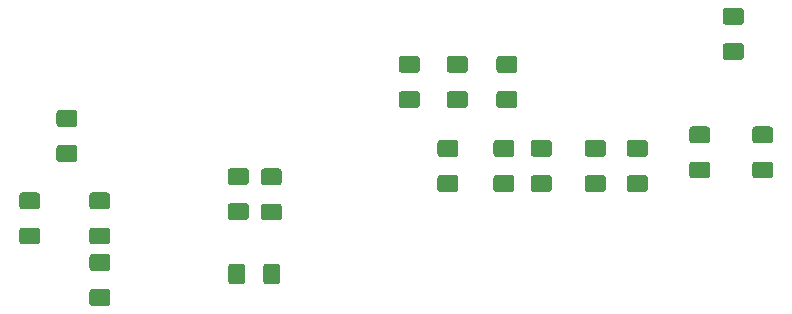
<source format=gbr>
%TF.GenerationSoftware,KiCad,Pcbnew,5.0.2-bee76a0~70~ubuntu18.04.1*%
%TF.CreationDate,2019-03-20T00:35:03+07:00*%
%TF.ProjectId,Display,44697370-6c61-4792-9e6b-696361645f70,rev?*%
%TF.SameCoordinates,PX1036640PY112a880*%
%TF.FileFunction,Paste,Top*%
%TF.FilePolarity,Positive*%
%FSLAX46Y46*%
G04 Gerber Fmt 4.6, Leading zero omitted, Abs format (unit mm)*
G04 Created by KiCad (PCBNEW 5.0.2-bee76a0~70~ubuntu18.04.1) date Wed 20 Mar 2019 12:35:03 AM +07*
%MOMM*%
%LPD*%
G01*
G04 APERTURE LIST*
%ADD10C,0.100000*%
%ADD11C,1.425000*%
G04 APERTURE END LIST*
D10*
G36*
X50941504Y-80211204D02*
X50965773Y-80214804D01*
X50989571Y-80220765D01*
X51012671Y-80229030D01*
X51034849Y-80239520D01*
X51055893Y-80252133D01*
X51075598Y-80266747D01*
X51093777Y-80283223D01*
X51110253Y-80301402D01*
X51124867Y-80321107D01*
X51137480Y-80342151D01*
X51147970Y-80364329D01*
X51156235Y-80387429D01*
X51162196Y-80411227D01*
X51165796Y-80435496D01*
X51167000Y-80460000D01*
X51167000Y-81385000D01*
X51165796Y-81409504D01*
X51162196Y-81433773D01*
X51156235Y-81457571D01*
X51147970Y-81480671D01*
X51137480Y-81502849D01*
X51124867Y-81523893D01*
X51110253Y-81543598D01*
X51093777Y-81561777D01*
X51075598Y-81578253D01*
X51055893Y-81592867D01*
X51034849Y-81605480D01*
X51012671Y-81615970D01*
X50989571Y-81624235D01*
X50965773Y-81630196D01*
X50941504Y-81633796D01*
X50917000Y-81635000D01*
X49667000Y-81635000D01*
X49642496Y-81633796D01*
X49618227Y-81630196D01*
X49594429Y-81624235D01*
X49571329Y-81615970D01*
X49549151Y-81605480D01*
X49528107Y-81592867D01*
X49508402Y-81578253D01*
X49490223Y-81561777D01*
X49473747Y-81543598D01*
X49459133Y-81523893D01*
X49446520Y-81502849D01*
X49436030Y-81480671D01*
X49427765Y-81457571D01*
X49421804Y-81433773D01*
X49418204Y-81409504D01*
X49417000Y-81385000D01*
X49417000Y-80460000D01*
X49418204Y-80435496D01*
X49421804Y-80411227D01*
X49427765Y-80387429D01*
X49436030Y-80364329D01*
X49446520Y-80342151D01*
X49459133Y-80321107D01*
X49473747Y-80301402D01*
X49490223Y-80283223D01*
X49508402Y-80266747D01*
X49528107Y-80252133D01*
X49549151Y-80239520D01*
X49571329Y-80229030D01*
X49594429Y-80220765D01*
X49618227Y-80214804D01*
X49642496Y-80211204D01*
X49667000Y-80210000D01*
X50917000Y-80210000D01*
X50941504Y-80211204D01*
X50941504Y-80211204D01*
G37*
D11*
X50292000Y-80922500D03*
D10*
G36*
X50941504Y-77236204D02*
X50965773Y-77239804D01*
X50989571Y-77245765D01*
X51012671Y-77254030D01*
X51034849Y-77264520D01*
X51055893Y-77277133D01*
X51075598Y-77291747D01*
X51093777Y-77308223D01*
X51110253Y-77326402D01*
X51124867Y-77346107D01*
X51137480Y-77367151D01*
X51147970Y-77389329D01*
X51156235Y-77412429D01*
X51162196Y-77436227D01*
X51165796Y-77460496D01*
X51167000Y-77485000D01*
X51167000Y-78410000D01*
X51165796Y-78434504D01*
X51162196Y-78458773D01*
X51156235Y-78482571D01*
X51147970Y-78505671D01*
X51137480Y-78527849D01*
X51124867Y-78548893D01*
X51110253Y-78568598D01*
X51093777Y-78586777D01*
X51075598Y-78603253D01*
X51055893Y-78617867D01*
X51034849Y-78630480D01*
X51012671Y-78640970D01*
X50989571Y-78649235D01*
X50965773Y-78655196D01*
X50941504Y-78658796D01*
X50917000Y-78660000D01*
X49667000Y-78660000D01*
X49642496Y-78658796D01*
X49618227Y-78655196D01*
X49594429Y-78649235D01*
X49571329Y-78640970D01*
X49549151Y-78630480D01*
X49528107Y-78617867D01*
X49508402Y-78603253D01*
X49490223Y-78586777D01*
X49473747Y-78568598D01*
X49459133Y-78548893D01*
X49446520Y-78527849D01*
X49436030Y-78505671D01*
X49427765Y-78482571D01*
X49421804Y-78458773D01*
X49418204Y-78434504D01*
X49417000Y-78410000D01*
X49417000Y-77485000D01*
X49418204Y-77460496D01*
X49421804Y-77436227D01*
X49427765Y-77412429D01*
X49436030Y-77389329D01*
X49446520Y-77367151D01*
X49459133Y-77346107D01*
X49473747Y-77326402D01*
X49490223Y-77308223D01*
X49508402Y-77291747D01*
X49528107Y-77277133D01*
X49549151Y-77264520D01*
X49571329Y-77254030D01*
X49594429Y-77245765D01*
X49618227Y-77239804D01*
X49642496Y-77236204D01*
X49667000Y-77235000D01*
X50917000Y-77235000D01*
X50941504Y-77236204D01*
X50941504Y-77236204D01*
G37*
D11*
X50292000Y-77947500D03*
D10*
G36*
X58688504Y-80211204D02*
X58712773Y-80214804D01*
X58736571Y-80220765D01*
X58759671Y-80229030D01*
X58781849Y-80239520D01*
X58802893Y-80252133D01*
X58822598Y-80266747D01*
X58840777Y-80283223D01*
X58857253Y-80301402D01*
X58871867Y-80321107D01*
X58884480Y-80342151D01*
X58894970Y-80364329D01*
X58903235Y-80387429D01*
X58909196Y-80411227D01*
X58912796Y-80435496D01*
X58914000Y-80460000D01*
X58914000Y-81385000D01*
X58912796Y-81409504D01*
X58909196Y-81433773D01*
X58903235Y-81457571D01*
X58894970Y-81480671D01*
X58884480Y-81502849D01*
X58871867Y-81523893D01*
X58857253Y-81543598D01*
X58840777Y-81561777D01*
X58822598Y-81578253D01*
X58802893Y-81592867D01*
X58781849Y-81605480D01*
X58759671Y-81615970D01*
X58736571Y-81624235D01*
X58712773Y-81630196D01*
X58688504Y-81633796D01*
X58664000Y-81635000D01*
X57414000Y-81635000D01*
X57389496Y-81633796D01*
X57365227Y-81630196D01*
X57341429Y-81624235D01*
X57318329Y-81615970D01*
X57296151Y-81605480D01*
X57275107Y-81592867D01*
X57255402Y-81578253D01*
X57237223Y-81561777D01*
X57220747Y-81543598D01*
X57206133Y-81523893D01*
X57193520Y-81502849D01*
X57183030Y-81480671D01*
X57174765Y-81457571D01*
X57168804Y-81433773D01*
X57165204Y-81409504D01*
X57164000Y-81385000D01*
X57164000Y-80460000D01*
X57165204Y-80435496D01*
X57168804Y-80411227D01*
X57174765Y-80387429D01*
X57183030Y-80364329D01*
X57193520Y-80342151D01*
X57206133Y-80321107D01*
X57220747Y-80301402D01*
X57237223Y-80283223D01*
X57255402Y-80266747D01*
X57275107Y-80252133D01*
X57296151Y-80239520D01*
X57318329Y-80229030D01*
X57341429Y-80220765D01*
X57365227Y-80214804D01*
X57389496Y-80211204D01*
X57414000Y-80210000D01*
X58664000Y-80210000D01*
X58688504Y-80211204D01*
X58688504Y-80211204D01*
G37*
D11*
X58039000Y-80922500D03*
D10*
G36*
X58688504Y-77236204D02*
X58712773Y-77239804D01*
X58736571Y-77245765D01*
X58759671Y-77254030D01*
X58781849Y-77264520D01*
X58802893Y-77277133D01*
X58822598Y-77291747D01*
X58840777Y-77308223D01*
X58857253Y-77326402D01*
X58871867Y-77346107D01*
X58884480Y-77367151D01*
X58894970Y-77389329D01*
X58903235Y-77412429D01*
X58909196Y-77436227D01*
X58912796Y-77460496D01*
X58914000Y-77485000D01*
X58914000Y-78410000D01*
X58912796Y-78434504D01*
X58909196Y-78458773D01*
X58903235Y-78482571D01*
X58894970Y-78505671D01*
X58884480Y-78527849D01*
X58871867Y-78548893D01*
X58857253Y-78568598D01*
X58840777Y-78586777D01*
X58822598Y-78603253D01*
X58802893Y-78617867D01*
X58781849Y-78630480D01*
X58759671Y-78640970D01*
X58736571Y-78649235D01*
X58712773Y-78655196D01*
X58688504Y-78658796D01*
X58664000Y-78660000D01*
X57414000Y-78660000D01*
X57389496Y-78658796D01*
X57365227Y-78655196D01*
X57341429Y-78649235D01*
X57318329Y-78640970D01*
X57296151Y-78630480D01*
X57275107Y-78617867D01*
X57255402Y-78603253D01*
X57237223Y-78586777D01*
X57220747Y-78568598D01*
X57206133Y-78548893D01*
X57193520Y-78527849D01*
X57183030Y-78505671D01*
X57174765Y-78482571D01*
X57168804Y-78458773D01*
X57165204Y-78434504D01*
X57164000Y-78410000D01*
X57164000Y-77485000D01*
X57165204Y-77460496D01*
X57168804Y-77436227D01*
X57174765Y-77412429D01*
X57183030Y-77389329D01*
X57193520Y-77367151D01*
X57206133Y-77346107D01*
X57220747Y-77326402D01*
X57237223Y-77308223D01*
X57255402Y-77291747D01*
X57275107Y-77277133D01*
X57296151Y-77264520D01*
X57318329Y-77254030D01*
X57341429Y-77245765D01*
X57365227Y-77239804D01*
X57389496Y-77236204D01*
X57414000Y-77235000D01*
X58664000Y-77235000D01*
X58688504Y-77236204D01*
X58688504Y-77236204D01*
G37*
D11*
X58039000Y-77947500D03*
D10*
G36*
X47004504Y-70124204D02*
X47028773Y-70127804D01*
X47052571Y-70133765D01*
X47075671Y-70142030D01*
X47097849Y-70152520D01*
X47118893Y-70165133D01*
X47138598Y-70179747D01*
X47156777Y-70196223D01*
X47173253Y-70214402D01*
X47187867Y-70234107D01*
X47200480Y-70255151D01*
X47210970Y-70277329D01*
X47219235Y-70300429D01*
X47225196Y-70324227D01*
X47228796Y-70348496D01*
X47230000Y-70373000D01*
X47230000Y-71298000D01*
X47228796Y-71322504D01*
X47225196Y-71346773D01*
X47219235Y-71370571D01*
X47210970Y-71393671D01*
X47200480Y-71415849D01*
X47187867Y-71436893D01*
X47173253Y-71456598D01*
X47156777Y-71474777D01*
X47138598Y-71491253D01*
X47118893Y-71505867D01*
X47097849Y-71518480D01*
X47075671Y-71528970D01*
X47052571Y-71537235D01*
X47028773Y-71543196D01*
X47004504Y-71546796D01*
X46980000Y-71548000D01*
X45730000Y-71548000D01*
X45705496Y-71546796D01*
X45681227Y-71543196D01*
X45657429Y-71537235D01*
X45634329Y-71528970D01*
X45612151Y-71518480D01*
X45591107Y-71505867D01*
X45571402Y-71491253D01*
X45553223Y-71474777D01*
X45536747Y-71456598D01*
X45522133Y-71436893D01*
X45509520Y-71415849D01*
X45499030Y-71393671D01*
X45490765Y-71370571D01*
X45484804Y-71346773D01*
X45481204Y-71322504D01*
X45480000Y-71298000D01*
X45480000Y-70373000D01*
X45481204Y-70348496D01*
X45484804Y-70324227D01*
X45490765Y-70300429D01*
X45499030Y-70277329D01*
X45509520Y-70255151D01*
X45522133Y-70234107D01*
X45536747Y-70214402D01*
X45553223Y-70196223D01*
X45571402Y-70179747D01*
X45591107Y-70165133D01*
X45612151Y-70152520D01*
X45634329Y-70142030D01*
X45657429Y-70133765D01*
X45681227Y-70127804D01*
X45705496Y-70124204D01*
X45730000Y-70123000D01*
X46980000Y-70123000D01*
X47004504Y-70124204D01*
X47004504Y-70124204D01*
G37*
D11*
X46355000Y-70835500D03*
D10*
G36*
X47004504Y-73099204D02*
X47028773Y-73102804D01*
X47052571Y-73108765D01*
X47075671Y-73117030D01*
X47097849Y-73127520D01*
X47118893Y-73140133D01*
X47138598Y-73154747D01*
X47156777Y-73171223D01*
X47173253Y-73189402D01*
X47187867Y-73209107D01*
X47200480Y-73230151D01*
X47210970Y-73252329D01*
X47219235Y-73275429D01*
X47225196Y-73299227D01*
X47228796Y-73323496D01*
X47230000Y-73348000D01*
X47230000Y-74273000D01*
X47228796Y-74297504D01*
X47225196Y-74321773D01*
X47219235Y-74345571D01*
X47210970Y-74368671D01*
X47200480Y-74390849D01*
X47187867Y-74411893D01*
X47173253Y-74431598D01*
X47156777Y-74449777D01*
X47138598Y-74466253D01*
X47118893Y-74480867D01*
X47097849Y-74493480D01*
X47075671Y-74503970D01*
X47052571Y-74512235D01*
X47028773Y-74518196D01*
X47004504Y-74521796D01*
X46980000Y-74523000D01*
X45730000Y-74523000D01*
X45705496Y-74521796D01*
X45681227Y-74518196D01*
X45657429Y-74512235D01*
X45634329Y-74503970D01*
X45612151Y-74493480D01*
X45591107Y-74480867D01*
X45571402Y-74466253D01*
X45553223Y-74449777D01*
X45536747Y-74431598D01*
X45522133Y-74411893D01*
X45509520Y-74390849D01*
X45499030Y-74368671D01*
X45490765Y-74345571D01*
X45484804Y-74321773D01*
X45481204Y-74297504D01*
X45480000Y-74273000D01*
X45480000Y-73348000D01*
X45481204Y-73323496D01*
X45484804Y-73299227D01*
X45490765Y-73275429D01*
X45499030Y-73252329D01*
X45509520Y-73230151D01*
X45522133Y-73209107D01*
X45536747Y-73189402D01*
X45553223Y-73171223D01*
X45571402Y-73154747D01*
X45591107Y-73140133D01*
X45612151Y-73127520D01*
X45634329Y-73117030D01*
X45657429Y-73108765D01*
X45681227Y-73102804D01*
X45705496Y-73099204D01*
X45730000Y-73098000D01*
X46980000Y-73098000D01*
X47004504Y-73099204D01*
X47004504Y-73099204D01*
G37*
D11*
X46355000Y-73810500D03*
D10*
G36*
X54116504Y-77236204D02*
X54140773Y-77239804D01*
X54164571Y-77245765D01*
X54187671Y-77254030D01*
X54209849Y-77264520D01*
X54230893Y-77277133D01*
X54250598Y-77291747D01*
X54268777Y-77308223D01*
X54285253Y-77326402D01*
X54299867Y-77346107D01*
X54312480Y-77367151D01*
X54322970Y-77389329D01*
X54331235Y-77412429D01*
X54337196Y-77436227D01*
X54340796Y-77460496D01*
X54342000Y-77485000D01*
X54342000Y-78410000D01*
X54340796Y-78434504D01*
X54337196Y-78458773D01*
X54331235Y-78482571D01*
X54322970Y-78505671D01*
X54312480Y-78527849D01*
X54299867Y-78548893D01*
X54285253Y-78568598D01*
X54268777Y-78586777D01*
X54250598Y-78603253D01*
X54230893Y-78617867D01*
X54209849Y-78630480D01*
X54187671Y-78640970D01*
X54164571Y-78649235D01*
X54140773Y-78655196D01*
X54116504Y-78658796D01*
X54092000Y-78660000D01*
X52842000Y-78660000D01*
X52817496Y-78658796D01*
X52793227Y-78655196D01*
X52769429Y-78649235D01*
X52746329Y-78640970D01*
X52724151Y-78630480D01*
X52703107Y-78617867D01*
X52683402Y-78603253D01*
X52665223Y-78586777D01*
X52648747Y-78568598D01*
X52634133Y-78548893D01*
X52621520Y-78527849D01*
X52611030Y-78505671D01*
X52602765Y-78482571D01*
X52596804Y-78458773D01*
X52593204Y-78434504D01*
X52592000Y-78410000D01*
X52592000Y-77485000D01*
X52593204Y-77460496D01*
X52596804Y-77436227D01*
X52602765Y-77412429D01*
X52611030Y-77389329D01*
X52621520Y-77367151D01*
X52634133Y-77346107D01*
X52648747Y-77326402D01*
X52665223Y-77308223D01*
X52683402Y-77291747D01*
X52703107Y-77277133D01*
X52724151Y-77264520D01*
X52746329Y-77254030D01*
X52769429Y-77245765D01*
X52793227Y-77239804D01*
X52817496Y-77236204D01*
X52842000Y-77235000D01*
X54092000Y-77235000D01*
X54116504Y-77236204D01*
X54116504Y-77236204D01*
G37*
D11*
X53467000Y-77947500D03*
D10*
G36*
X54116504Y-80211204D02*
X54140773Y-80214804D01*
X54164571Y-80220765D01*
X54187671Y-80229030D01*
X54209849Y-80239520D01*
X54230893Y-80252133D01*
X54250598Y-80266747D01*
X54268777Y-80283223D01*
X54285253Y-80301402D01*
X54299867Y-80321107D01*
X54312480Y-80342151D01*
X54322970Y-80364329D01*
X54331235Y-80387429D01*
X54337196Y-80411227D01*
X54340796Y-80435496D01*
X54342000Y-80460000D01*
X54342000Y-81385000D01*
X54340796Y-81409504D01*
X54337196Y-81433773D01*
X54331235Y-81457571D01*
X54322970Y-81480671D01*
X54312480Y-81502849D01*
X54299867Y-81523893D01*
X54285253Y-81543598D01*
X54268777Y-81561777D01*
X54250598Y-81578253D01*
X54230893Y-81592867D01*
X54209849Y-81605480D01*
X54187671Y-81615970D01*
X54164571Y-81624235D01*
X54140773Y-81630196D01*
X54116504Y-81633796D01*
X54092000Y-81635000D01*
X52842000Y-81635000D01*
X52817496Y-81633796D01*
X52793227Y-81630196D01*
X52769429Y-81624235D01*
X52746329Y-81615970D01*
X52724151Y-81605480D01*
X52703107Y-81592867D01*
X52683402Y-81578253D01*
X52665223Y-81561777D01*
X52648747Y-81543598D01*
X52634133Y-81523893D01*
X52621520Y-81502849D01*
X52611030Y-81480671D01*
X52602765Y-81457571D01*
X52596804Y-81433773D01*
X52593204Y-81409504D01*
X52592000Y-81385000D01*
X52592000Y-80460000D01*
X52593204Y-80435496D01*
X52596804Y-80411227D01*
X52602765Y-80387429D01*
X52611030Y-80364329D01*
X52621520Y-80342151D01*
X52634133Y-80321107D01*
X52648747Y-80301402D01*
X52665223Y-80283223D01*
X52683402Y-80266747D01*
X52703107Y-80252133D01*
X52724151Y-80239520D01*
X52746329Y-80229030D01*
X52769429Y-80220765D01*
X52793227Y-80214804D01*
X52817496Y-80211204D01*
X52842000Y-80210000D01*
X54092000Y-80210000D01*
X54116504Y-80211204D01*
X54116504Y-80211204D01*
G37*
D11*
X53467000Y-80922500D03*
D10*
G36*
X16735504Y-84656204D02*
X16759773Y-84659804D01*
X16783571Y-84665765D01*
X16806671Y-84674030D01*
X16828849Y-84684520D01*
X16849893Y-84697133D01*
X16869598Y-84711747D01*
X16887777Y-84728223D01*
X16904253Y-84746402D01*
X16918867Y-84766107D01*
X16931480Y-84787151D01*
X16941970Y-84809329D01*
X16950235Y-84832429D01*
X16956196Y-84856227D01*
X16959796Y-84880496D01*
X16961000Y-84905000D01*
X16961000Y-85830000D01*
X16959796Y-85854504D01*
X16956196Y-85878773D01*
X16950235Y-85902571D01*
X16941970Y-85925671D01*
X16931480Y-85947849D01*
X16918867Y-85968893D01*
X16904253Y-85988598D01*
X16887777Y-86006777D01*
X16869598Y-86023253D01*
X16849893Y-86037867D01*
X16828849Y-86050480D01*
X16806671Y-86060970D01*
X16783571Y-86069235D01*
X16759773Y-86075196D01*
X16735504Y-86078796D01*
X16711000Y-86080000D01*
X15461000Y-86080000D01*
X15436496Y-86078796D01*
X15412227Y-86075196D01*
X15388429Y-86069235D01*
X15365329Y-86060970D01*
X15343151Y-86050480D01*
X15322107Y-86037867D01*
X15302402Y-86023253D01*
X15284223Y-86006777D01*
X15267747Y-85988598D01*
X15253133Y-85968893D01*
X15240520Y-85947849D01*
X15230030Y-85925671D01*
X15221765Y-85902571D01*
X15215804Y-85878773D01*
X15212204Y-85854504D01*
X15211000Y-85830000D01*
X15211000Y-84905000D01*
X15212204Y-84880496D01*
X15215804Y-84856227D01*
X15221765Y-84832429D01*
X15230030Y-84809329D01*
X15240520Y-84787151D01*
X15253133Y-84766107D01*
X15267747Y-84746402D01*
X15284223Y-84728223D01*
X15302402Y-84711747D01*
X15322107Y-84697133D01*
X15343151Y-84684520D01*
X15365329Y-84674030D01*
X15388429Y-84665765D01*
X15412227Y-84659804D01*
X15436496Y-84656204D01*
X15461000Y-84655000D01*
X16711000Y-84655000D01*
X16735504Y-84656204D01*
X16735504Y-84656204D01*
G37*
D11*
X16086000Y-85367500D03*
D10*
G36*
X16735504Y-81681204D02*
X16759773Y-81684804D01*
X16783571Y-81690765D01*
X16806671Y-81699030D01*
X16828849Y-81709520D01*
X16849893Y-81722133D01*
X16869598Y-81736747D01*
X16887777Y-81753223D01*
X16904253Y-81771402D01*
X16918867Y-81791107D01*
X16931480Y-81812151D01*
X16941970Y-81834329D01*
X16950235Y-81857429D01*
X16956196Y-81881227D01*
X16959796Y-81905496D01*
X16961000Y-81930000D01*
X16961000Y-82855000D01*
X16959796Y-82879504D01*
X16956196Y-82903773D01*
X16950235Y-82927571D01*
X16941970Y-82950671D01*
X16931480Y-82972849D01*
X16918867Y-82993893D01*
X16904253Y-83013598D01*
X16887777Y-83031777D01*
X16869598Y-83048253D01*
X16849893Y-83062867D01*
X16828849Y-83075480D01*
X16806671Y-83085970D01*
X16783571Y-83094235D01*
X16759773Y-83100196D01*
X16735504Y-83103796D01*
X16711000Y-83105000D01*
X15461000Y-83105000D01*
X15436496Y-83103796D01*
X15412227Y-83100196D01*
X15388429Y-83094235D01*
X15365329Y-83085970D01*
X15343151Y-83075480D01*
X15322107Y-83062867D01*
X15302402Y-83048253D01*
X15284223Y-83031777D01*
X15267747Y-83013598D01*
X15253133Y-82993893D01*
X15240520Y-82972849D01*
X15230030Y-82950671D01*
X15221765Y-82927571D01*
X15215804Y-82903773D01*
X15212204Y-82879504D01*
X15211000Y-82855000D01*
X15211000Y-81930000D01*
X15212204Y-81905496D01*
X15215804Y-81881227D01*
X15221765Y-81857429D01*
X15230030Y-81834329D01*
X15240520Y-81812151D01*
X15253133Y-81791107D01*
X15267747Y-81771402D01*
X15284223Y-81753223D01*
X15302402Y-81736747D01*
X15322107Y-81722133D01*
X15343151Y-81709520D01*
X15365329Y-81699030D01*
X15388429Y-81690765D01*
X15412227Y-81684804D01*
X15436496Y-81681204D01*
X15461000Y-81680000D01*
X16711000Y-81680000D01*
X16735504Y-81681204D01*
X16735504Y-81681204D01*
G37*
D11*
X16086000Y-82392500D03*
D10*
G36*
X31256504Y-82624204D02*
X31280773Y-82627804D01*
X31304571Y-82633765D01*
X31327671Y-82642030D01*
X31349849Y-82652520D01*
X31370893Y-82665133D01*
X31390598Y-82679747D01*
X31408777Y-82696223D01*
X31425253Y-82714402D01*
X31439867Y-82734107D01*
X31452480Y-82755151D01*
X31462970Y-82777329D01*
X31471235Y-82800429D01*
X31477196Y-82824227D01*
X31480796Y-82848496D01*
X31482000Y-82873000D01*
X31482000Y-83798000D01*
X31480796Y-83822504D01*
X31477196Y-83846773D01*
X31471235Y-83870571D01*
X31462970Y-83893671D01*
X31452480Y-83915849D01*
X31439867Y-83936893D01*
X31425253Y-83956598D01*
X31408777Y-83974777D01*
X31390598Y-83991253D01*
X31370893Y-84005867D01*
X31349849Y-84018480D01*
X31327671Y-84028970D01*
X31304571Y-84037235D01*
X31280773Y-84043196D01*
X31256504Y-84046796D01*
X31232000Y-84048000D01*
X29982000Y-84048000D01*
X29957496Y-84046796D01*
X29933227Y-84043196D01*
X29909429Y-84037235D01*
X29886329Y-84028970D01*
X29864151Y-84018480D01*
X29843107Y-84005867D01*
X29823402Y-83991253D01*
X29805223Y-83974777D01*
X29788747Y-83956598D01*
X29774133Y-83936893D01*
X29761520Y-83915849D01*
X29751030Y-83893671D01*
X29742765Y-83870571D01*
X29736804Y-83846773D01*
X29733204Y-83822504D01*
X29732000Y-83798000D01*
X29732000Y-82873000D01*
X29733204Y-82848496D01*
X29736804Y-82824227D01*
X29742765Y-82800429D01*
X29751030Y-82777329D01*
X29761520Y-82755151D01*
X29774133Y-82734107D01*
X29788747Y-82714402D01*
X29805223Y-82696223D01*
X29823402Y-82679747D01*
X29843107Y-82665133D01*
X29864151Y-82652520D01*
X29886329Y-82642030D01*
X29909429Y-82633765D01*
X29933227Y-82627804D01*
X29957496Y-82624204D01*
X29982000Y-82623000D01*
X31232000Y-82623000D01*
X31256504Y-82624204D01*
X31256504Y-82624204D01*
G37*
D11*
X30607000Y-83335500D03*
D10*
G36*
X31256504Y-79649204D02*
X31280773Y-79652804D01*
X31304571Y-79658765D01*
X31327671Y-79667030D01*
X31349849Y-79677520D01*
X31370893Y-79690133D01*
X31390598Y-79704747D01*
X31408777Y-79721223D01*
X31425253Y-79739402D01*
X31439867Y-79759107D01*
X31452480Y-79780151D01*
X31462970Y-79802329D01*
X31471235Y-79825429D01*
X31477196Y-79849227D01*
X31480796Y-79873496D01*
X31482000Y-79898000D01*
X31482000Y-80823000D01*
X31480796Y-80847504D01*
X31477196Y-80871773D01*
X31471235Y-80895571D01*
X31462970Y-80918671D01*
X31452480Y-80940849D01*
X31439867Y-80961893D01*
X31425253Y-80981598D01*
X31408777Y-80999777D01*
X31390598Y-81016253D01*
X31370893Y-81030867D01*
X31349849Y-81043480D01*
X31327671Y-81053970D01*
X31304571Y-81062235D01*
X31280773Y-81068196D01*
X31256504Y-81071796D01*
X31232000Y-81073000D01*
X29982000Y-81073000D01*
X29957496Y-81071796D01*
X29933227Y-81068196D01*
X29909429Y-81062235D01*
X29886329Y-81053970D01*
X29864151Y-81043480D01*
X29843107Y-81030867D01*
X29823402Y-81016253D01*
X29805223Y-80999777D01*
X29788747Y-80981598D01*
X29774133Y-80961893D01*
X29761520Y-80940849D01*
X29751030Y-80918671D01*
X29742765Y-80895571D01*
X29736804Y-80871773D01*
X29733204Y-80847504D01*
X29732000Y-80823000D01*
X29732000Y-79898000D01*
X29733204Y-79873496D01*
X29736804Y-79849227D01*
X29742765Y-79825429D01*
X29751030Y-79802329D01*
X29761520Y-79780151D01*
X29774133Y-79759107D01*
X29788747Y-79739402D01*
X29805223Y-79721223D01*
X29823402Y-79704747D01*
X29843107Y-79690133D01*
X29864151Y-79677520D01*
X29886329Y-79667030D01*
X29909429Y-79658765D01*
X29933227Y-79652804D01*
X29957496Y-79649204D01*
X29982000Y-79648000D01*
X31232000Y-79648000D01*
X31256504Y-79649204D01*
X31256504Y-79649204D01*
G37*
D11*
X30607000Y-80360500D03*
D10*
G36*
X28462504Y-82587704D02*
X28486773Y-82591304D01*
X28510571Y-82597265D01*
X28533671Y-82605530D01*
X28555849Y-82616020D01*
X28576893Y-82628633D01*
X28596598Y-82643247D01*
X28614777Y-82659723D01*
X28631253Y-82677902D01*
X28645867Y-82697607D01*
X28658480Y-82718651D01*
X28668970Y-82740829D01*
X28677235Y-82763929D01*
X28683196Y-82787727D01*
X28686796Y-82811996D01*
X28688000Y-82836500D01*
X28688000Y-83761500D01*
X28686796Y-83786004D01*
X28683196Y-83810273D01*
X28677235Y-83834071D01*
X28668970Y-83857171D01*
X28658480Y-83879349D01*
X28645867Y-83900393D01*
X28631253Y-83920098D01*
X28614777Y-83938277D01*
X28596598Y-83954753D01*
X28576893Y-83969367D01*
X28555849Y-83981980D01*
X28533671Y-83992470D01*
X28510571Y-84000735D01*
X28486773Y-84006696D01*
X28462504Y-84010296D01*
X28438000Y-84011500D01*
X27188000Y-84011500D01*
X27163496Y-84010296D01*
X27139227Y-84006696D01*
X27115429Y-84000735D01*
X27092329Y-83992470D01*
X27070151Y-83981980D01*
X27049107Y-83969367D01*
X27029402Y-83954753D01*
X27011223Y-83938277D01*
X26994747Y-83920098D01*
X26980133Y-83900393D01*
X26967520Y-83879349D01*
X26957030Y-83857171D01*
X26948765Y-83834071D01*
X26942804Y-83810273D01*
X26939204Y-83786004D01*
X26938000Y-83761500D01*
X26938000Y-82836500D01*
X26939204Y-82811996D01*
X26942804Y-82787727D01*
X26948765Y-82763929D01*
X26957030Y-82740829D01*
X26967520Y-82718651D01*
X26980133Y-82697607D01*
X26994747Y-82677902D01*
X27011223Y-82659723D01*
X27029402Y-82643247D01*
X27049107Y-82628633D01*
X27070151Y-82616020D01*
X27092329Y-82605530D01*
X27115429Y-82597265D01*
X27139227Y-82591304D01*
X27163496Y-82587704D01*
X27188000Y-82586500D01*
X28438000Y-82586500D01*
X28462504Y-82587704D01*
X28462504Y-82587704D01*
G37*
D11*
X27813000Y-83299000D03*
D10*
G36*
X28462504Y-79612704D02*
X28486773Y-79616304D01*
X28510571Y-79622265D01*
X28533671Y-79630530D01*
X28555849Y-79641020D01*
X28576893Y-79653633D01*
X28596598Y-79668247D01*
X28614777Y-79684723D01*
X28631253Y-79702902D01*
X28645867Y-79722607D01*
X28658480Y-79743651D01*
X28668970Y-79765829D01*
X28677235Y-79788929D01*
X28683196Y-79812727D01*
X28686796Y-79836996D01*
X28688000Y-79861500D01*
X28688000Y-80786500D01*
X28686796Y-80811004D01*
X28683196Y-80835273D01*
X28677235Y-80859071D01*
X28668970Y-80882171D01*
X28658480Y-80904349D01*
X28645867Y-80925393D01*
X28631253Y-80945098D01*
X28614777Y-80963277D01*
X28596598Y-80979753D01*
X28576893Y-80994367D01*
X28555849Y-81006980D01*
X28533671Y-81017470D01*
X28510571Y-81025735D01*
X28486773Y-81031696D01*
X28462504Y-81035296D01*
X28438000Y-81036500D01*
X27188000Y-81036500D01*
X27163496Y-81035296D01*
X27139227Y-81031696D01*
X27115429Y-81025735D01*
X27092329Y-81017470D01*
X27070151Y-81006980D01*
X27049107Y-80994367D01*
X27029402Y-80979753D01*
X27011223Y-80963277D01*
X26994747Y-80945098D01*
X26980133Y-80925393D01*
X26967520Y-80904349D01*
X26957030Y-80882171D01*
X26948765Y-80859071D01*
X26942804Y-80835273D01*
X26939204Y-80811004D01*
X26938000Y-80786500D01*
X26938000Y-79861500D01*
X26939204Y-79836996D01*
X26942804Y-79812727D01*
X26948765Y-79788929D01*
X26957030Y-79765829D01*
X26967520Y-79743651D01*
X26980133Y-79722607D01*
X26994747Y-79702902D01*
X27011223Y-79684723D01*
X27029402Y-79668247D01*
X27049107Y-79653633D01*
X27070151Y-79641020D01*
X27092329Y-79630530D01*
X27115429Y-79622265D01*
X27139227Y-79616304D01*
X27163496Y-79612704D01*
X27188000Y-79611500D01*
X28438000Y-79611500D01*
X28462504Y-79612704D01*
X28462504Y-79612704D01*
G37*
D11*
X27813000Y-80324000D03*
D10*
G36*
X13941504Y-77671204D02*
X13965773Y-77674804D01*
X13989571Y-77680765D01*
X14012671Y-77689030D01*
X14034849Y-77699520D01*
X14055893Y-77712133D01*
X14075598Y-77726747D01*
X14093777Y-77743223D01*
X14110253Y-77761402D01*
X14124867Y-77781107D01*
X14137480Y-77802151D01*
X14147970Y-77824329D01*
X14156235Y-77847429D01*
X14162196Y-77871227D01*
X14165796Y-77895496D01*
X14167000Y-77920000D01*
X14167000Y-78845000D01*
X14165796Y-78869504D01*
X14162196Y-78893773D01*
X14156235Y-78917571D01*
X14147970Y-78940671D01*
X14137480Y-78962849D01*
X14124867Y-78983893D01*
X14110253Y-79003598D01*
X14093777Y-79021777D01*
X14075598Y-79038253D01*
X14055893Y-79052867D01*
X14034849Y-79065480D01*
X14012671Y-79075970D01*
X13989571Y-79084235D01*
X13965773Y-79090196D01*
X13941504Y-79093796D01*
X13917000Y-79095000D01*
X12667000Y-79095000D01*
X12642496Y-79093796D01*
X12618227Y-79090196D01*
X12594429Y-79084235D01*
X12571329Y-79075970D01*
X12549151Y-79065480D01*
X12528107Y-79052867D01*
X12508402Y-79038253D01*
X12490223Y-79021777D01*
X12473747Y-79003598D01*
X12459133Y-78983893D01*
X12446520Y-78962849D01*
X12436030Y-78940671D01*
X12427765Y-78917571D01*
X12421804Y-78893773D01*
X12418204Y-78869504D01*
X12417000Y-78845000D01*
X12417000Y-77920000D01*
X12418204Y-77895496D01*
X12421804Y-77871227D01*
X12427765Y-77847429D01*
X12436030Y-77824329D01*
X12446520Y-77802151D01*
X12459133Y-77781107D01*
X12473747Y-77761402D01*
X12490223Y-77743223D01*
X12508402Y-77726747D01*
X12528107Y-77712133D01*
X12549151Y-77699520D01*
X12571329Y-77689030D01*
X12594429Y-77680765D01*
X12618227Y-77674804D01*
X12642496Y-77671204D01*
X12667000Y-77670000D01*
X13917000Y-77670000D01*
X13941504Y-77671204D01*
X13941504Y-77671204D01*
G37*
D11*
X13292000Y-78382500D03*
D10*
G36*
X13941504Y-74696204D02*
X13965773Y-74699804D01*
X13989571Y-74705765D01*
X14012671Y-74714030D01*
X14034849Y-74724520D01*
X14055893Y-74737133D01*
X14075598Y-74751747D01*
X14093777Y-74768223D01*
X14110253Y-74786402D01*
X14124867Y-74806107D01*
X14137480Y-74827151D01*
X14147970Y-74849329D01*
X14156235Y-74872429D01*
X14162196Y-74896227D01*
X14165796Y-74920496D01*
X14167000Y-74945000D01*
X14167000Y-75870000D01*
X14165796Y-75894504D01*
X14162196Y-75918773D01*
X14156235Y-75942571D01*
X14147970Y-75965671D01*
X14137480Y-75987849D01*
X14124867Y-76008893D01*
X14110253Y-76028598D01*
X14093777Y-76046777D01*
X14075598Y-76063253D01*
X14055893Y-76077867D01*
X14034849Y-76090480D01*
X14012671Y-76100970D01*
X13989571Y-76109235D01*
X13965773Y-76115196D01*
X13941504Y-76118796D01*
X13917000Y-76120000D01*
X12667000Y-76120000D01*
X12642496Y-76118796D01*
X12618227Y-76115196D01*
X12594429Y-76109235D01*
X12571329Y-76100970D01*
X12549151Y-76090480D01*
X12528107Y-76077867D01*
X12508402Y-76063253D01*
X12490223Y-76046777D01*
X12473747Y-76028598D01*
X12459133Y-76008893D01*
X12446520Y-75987849D01*
X12436030Y-75965671D01*
X12427765Y-75942571D01*
X12421804Y-75918773D01*
X12418204Y-75894504D01*
X12417000Y-75870000D01*
X12417000Y-74945000D01*
X12418204Y-74920496D01*
X12421804Y-74896227D01*
X12427765Y-74872429D01*
X12436030Y-74849329D01*
X12446520Y-74827151D01*
X12459133Y-74806107D01*
X12473747Y-74786402D01*
X12490223Y-74768223D01*
X12508402Y-74751747D01*
X12528107Y-74737133D01*
X12549151Y-74724520D01*
X12571329Y-74714030D01*
X12594429Y-74705765D01*
X12618227Y-74699804D01*
X12642496Y-74696204D01*
X12667000Y-74695000D01*
X13917000Y-74695000D01*
X13941504Y-74696204D01*
X13941504Y-74696204D01*
G37*
D11*
X13292000Y-75407500D03*
D10*
G36*
X16735504Y-89863204D02*
X16759773Y-89866804D01*
X16783571Y-89872765D01*
X16806671Y-89881030D01*
X16828849Y-89891520D01*
X16849893Y-89904133D01*
X16869598Y-89918747D01*
X16887777Y-89935223D01*
X16904253Y-89953402D01*
X16918867Y-89973107D01*
X16931480Y-89994151D01*
X16941970Y-90016329D01*
X16950235Y-90039429D01*
X16956196Y-90063227D01*
X16959796Y-90087496D01*
X16961000Y-90112000D01*
X16961000Y-91037000D01*
X16959796Y-91061504D01*
X16956196Y-91085773D01*
X16950235Y-91109571D01*
X16941970Y-91132671D01*
X16931480Y-91154849D01*
X16918867Y-91175893D01*
X16904253Y-91195598D01*
X16887777Y-91213777D01*
X16869598Y-91230253D01*
X16849893Y-91244867D01*
X16828849Y-91257480D01*
X16806671Y-91267970D01*
X16783571Y-91276235D01*
X16759773Y-91282196D01*
X16735504Y-91285796D01*
X16711000Y-91287000D01*
X15461000Y-91287000D01*
X15436496Y-91285796D01*
X15412227Y-91282196D01*
X15388429Y-91276235D01*
X15365329Y-91267970D01*
X15343151Y-91257480D01*
X15322107Y-91244867D01*
X15302402Y-91230253D01*
X15284223Y-91213777D01*
X15267747Y-91195598D01*
X15253133Y-91175893D01*
X15240520Y-91154849D01*
X15230030Y-91132671D01*
X15221765Y-91109571D01*
X15215804Y-91085773D01*
X15212204Y-91061504D01*
X15211000Y-91037000D01*
X15211000Y-90112000D01*
X15212204Y-90087496D01*
X15215804Y-90063227D01*
X15221765Y-90039429D01*
X15230030Y-90016329D01*
X15240520Y-89994151D01*
X15253133Y-89973107D01*
X15267747Y-89953402D01*
X15284223Y-89935223D01*
X15302402Y-89918747D01*
X15322107Y-89904133D01*
X15343151Y-89891520D01*
X15365329Y-89881030D01*
X15388429Y-89872765D01*
X15412227Y-89866804D01*
X15436496Y-89863204D01*
X15461000Y-89862000D01*
X16711000Y-89862000D01*
X16735504Y-89863204D01*
X16735504Y-89863204D01*
G37*
D11*
X16086000Y-90574500D03*
D10*
G36*
X16735504Y-86888204D02*
X16759773Y-86891804D01*
X16783571Y-86897765D01*
X16806671Y-86906030D01*
X16828849Y-86916520D01*
X16849893Y-86929133D01*
X16869598Y-86943747D01*
X16887777Y-86960223D01*
X16904253Y-86978402D01*
X16918867Y-86998107D01*
X16931480Y-87019151D01*
X16941970Y-87041329D01*
X16950235Y-87064429D01*
X16956196Y-87088227D01*
X16959796Y-87112496D01*
X16961000Y-87137000D01*
X16961000Y-88062000D01*
X16959796Y-88086504D01*
X16956196Y-88110773D01*
X16950235Y-88134571D01*
X16941970Y-88157671D01*
X16931480Y-88179849D01*
X16918867Y-88200893D01*
X16904253Y-88220598D01*
X16887777Y-88238777D01*
X16869598Y-88255253D01*
X16849893Y-88269867D01*
X16828849Y-88282480D01*
X16806671Y-88292970D01*
X16783571Y-88301235D01*
X16759773Y-88307196D01*
X16735504Y-88310796D01*
X16711000Y-88312000D01*
X15461000Y-88312000D01*
X15436496Y-88310796D01*
X15412227Y-88307196D01*
X15388429Y-88301235D01*
X15365329Y-88292970D01*
X15343151Y-88282480D01*
X15322107Y-88269867D01*
X15302402Y-88255253D01*
X15284223Y-88238777D01*
X15267747Y-88220598D01*
X15253133Y-88200893D01*
X15240520Y-88179849D01*
X15230030Y-88157671D01*
X15221765Y-88134571D01*
X15215804Y-88110773D01*
X15212204Y-88086504D01*
X15211000Y-88062000D01*
X15211000Y-87137000D01*
X15212204Y-87112496D01*
X15215804Y-87088227D01*
X15221765Y-87064429D01*
X15230030Y-87041329D01*
X15240520Y-87019151D01*
X15253133Y-86998107D01*
X15267747Y-86978402D01*
X15284223Y-86960223D01*
X15302402Y-86943747D01*
X15322107Y-86929133D01*
X15343151Y-86916520D01*
X15365329Y-86906030D01*
X15388429Y-86897765D01*
X15412227Y-86891804D01*
X15436496Y-86888204D01*
X15461000Y-86887000D01*
X16711000Y-86887000D01*
X16735504Y-86888204D01*
X16735504Y-86888204D01*
G37*
D11*
X16086000Y-87599500D03*
D10*
G36*
X51195504Y-70124204D02*
X51219773Y-70127804D01*
X51243571Y-70133765D01*
X51266671Y-70142030D01*
X51288849Y-70152520D01*
X51309893Y-70165133D01*
X51329598Y-70179747D01*
X51347777Y-70196223D01*
X51364253Y-70214402D01*
X51378867Y-70234107D01*
X51391480Y-70255151D01*
X51401970Y-70277329D01*
X51410235Y-70300429D01*
X51416196Y-70324227D01*
X51419796Y-70348496D01*
X51421000Y-70373000D01*
X51421000Y-71298000D01*
X51419796Y-71322504D01*
X51416196Y-71346773D01*
X51410235Y-71370571D01*
X51401970Y-71393671D01*
X51391480Y-71415849D01*
X51378867Y-71436893D01*
X51364253Y-71456598D01*
X51347777Y-71474777D01*
X51329598Y-71491253D01*
X51309893Y-71505867D01*
X51288849Y-71518480D01*
X51266671Y-71528970D01*
X51243571Y-71537235D01*
X51219773Y-71543196D01*
X51195504Y-71546796D01*
X51171000Y-71548000D01*
X49921000Y-71548000D01*
X49896496Y-71546796D01*
X49872227Y-71543196D01*
X49848429Y-71537235D01*
X49825329Y-71528970D01*
X49803151Y-71518480D01*
X49782107Y-71505867D01*
X49762402Y-71491253D01*
X49744223Y-71474777D01*
X49727747Y-71456598D01*
X49713133Y-71436893D01*
X49700520Y-71415849D01*
X49690030Y-71393671D01*
X49681765Y-71370571D01*
X49675804Y-71346773D01*
X49672204Y-71322504D01*
X49671000Y-71298000D01*
X49671000Y-70373000D01*
X49672204Y-70348496D01*
X49675804Y-70324227D01*
X49681765Y-70300429D01*
X49690030Y-70277329D01*
X49700520Y-70255151D01*
X49713133Y-70234107D01*
X49727747Y-70214402D01*
X49744223Y-70196223D01*
X49762402Y-70179747D01*
X49782107Y-70165133D01*
X49803151Y-70152520D01*
X49825329Y-70142030D01*
X49848429Y-70133765D01*
X49872227Y-70127804D01*
X49896496Y-70124204D01*
X49921000Y-70123000D01*
X51171000Y-70123000D01*
X51195504Y-70124204D01*
X51195504Y-70124204D01*
G37*
D11*
X50546000Y-70835500D03*
D10*
G36*
X51195504Y-73099204D02*
X51219773Y-73102804D01*
X51243571Y-73108765D01*
X51266671Y-73117030D01*
X51288849Y-73127520D01*
X51309893Y-73140133D01*
X51329598Y-73154747D01*
X51347777Y-73171223D01*
X51364253Y-73189402D01*
X51378867Y-73209107D01*
X51391480Y-73230151D01*
X51401970Y-73252329D01*
X51410235Y-73275429D01*
X51416196Y-73299227D01*
X51419796Y-73323496D01*
X51421000Y-73348000D01*
X51421000Y-74273000D01*
X51419796Y-74297504D01*
X51416196Y-74321773D01*
X51410235Y-74345571D01*
X51401970Y-74368671D01*
X51391480Y-74390849D01*
X51378867Y-74411893D01*
X51364253Y-74431598D01*
X51347777Y-74449777D01*
X51329598Y-74466253D01*
X51309893Y-74480867D01*
X51288849Y-74493480D01*
X51266671Y-74503970D01*
X51243571Y-74512235D01*
X51219773Y-74518196D01*
X51195504Y-74521796D01*
X51171000Y-74523000D01*
X49921000Y-74523000D01*
X49896496Y-74521796D01*
X49872227Y-74518196D01*
X49848429Y-74512235D01*
X49825329Y-74503970D01*
X49803151Y-74493480D01*
X49782107Y-74480867D01*
X49762402Y-74466253D01*
X49744223Y-74449777D01*
X49727747Y-74431598D01*
X49713133Y-74411893D01*
X49700520Y-74390849D01*
X49690030Y-74368671D01*
X49681765Y-74345571D01*
X49675804Y-74321773D01*
X49672204Y-74297504D01*
X49671000Y-74273000D01*
X49671000Y-73348000D01*
X49672204Y-73323496D01*
X49675804Y-73299227D01*
X49681765Y-73275429D01*
X49690030Y-73252329D01*
X49700520Y-73230151D01*
X49713133Y-73209107D01*
X49727747Y-73189402D01*
X49744223Y-73171223D01*
X49762402Y-73154747D01*
X49782107Y-73140133D01*
X49803151Y-73127520D01*
X49825329Y-73117030D01*
X49848429Y-73108765D01*
X49872227Y-73102804D01*
X49896496Y-73099204D01*
X49921000Y-73098000D01*
X51171000Y-73098000D01*
X51195504Y-73099204D01*
X51195504Y-73099204D01*
G37*
D11*
X50546000Y-73810500D03*
D10*
G36*
X46199504Y-77236204D02*
X46223773Y-77239804D01*
X46247571Y-77245765D01*
X46270671Y-77254030D01*
X46292849Y-77264520D01*
X46313893Y-77277133D01*
X46333598Y-77291747D01*
X46351777Y-77308223D01*
X46368253Y-77326402D01*
X46382867Y-77346107D01*
X46395480Y-77367151D01*
X46405970Y-77389329D01*
X46414235Y-77412429D01*
X46420196Y-77436227D01*
X46423796Y-77460496D01*
X46425000Y-77485000D01*
X46425000Y-78410000D01*
X46423796Y-78434504D01*
X46420196Y-78458773D01*
X46414235Y-78482571D01*
X46405970Y-78505671D01*
X46395480Y-78527849D01*
X46382867Y-78548893D01*
X46368253Y-78568598D01*
X46351777Y-78586777D01*
X46333598Y-78603253D01*
X46313893Y-78617867D01*
X46292849Y-78630480D01*
X46270671Y-78640970D01*
X46247571Y-78649235D01*
X46223773Y-78655196D01*
X46199504Y-78658796D01*
X46175000Y-78660000D01*
X44925000Y-78660000D01*
X44900496Y-78658796D01*
X44876227Y-78655196D01*
X44852429Y-78649235D01*
X44829329Y-78640970D01*
X44807151Y-78630480D01*
X44786107Y-78617867D01*
X44766402Y-78603253D01*
X44748223Y-78586777D01*
X44731747Y-78568598D01*
X44717133Y-78548893D01*
X44704520Y-78527849D01*
X44694030Y-78505671D01*
X44685765Y-78482571D01*
X44679804Y-78458773D01*
X44676204Y-78434504D01*
X44675000Y-78410000D01*
X44675000Y-77485000D01*
X44676204Y-77460496D01*
X44679804Y-77436227D01*
X44685765Y-77412429D01*
X44694030Y-77389329D01*
X44704520Y-77367151D01*
X44717133Y-77346107D01*
X44731747Y-77326402D01*
X44748223Y-77308223D01*
X44766402Y-77291747D01*
X44786107Y-77277133D01*
X44807151Y-77264520D01*
X44829329Y-77254030D01*
X44852429Y-77245765D01*
X44876227Y-77239804D01*
X44900496Y-77236204D01*
X44925000Y-77235000D01*
X46175000Y-77235000D01*
X46199504Y-77236204D01*
X46199504Y-77236204D01*
G37*
D11*
X45550000Y-77947500D03*
D10*
G36*
X46199504Y-80211204D02*
X46223773Y-80214804D01*
X46247571Y-80220765D01*
X46270671Y-80229030D01*
X46292849Y-80239520D01*
X46313893Y-80252133D01*
X46333598Y-80266747D01*
X46351777Y-80283223D01*
X46368253Y-80301402D01*
X46382867Y-80321107D01*
X46395480Y-80342151D01*
X46405970Y-80364329D01*
X46414235Y-80387429D01*
X46420196Y-80411227D01*
X46423796Y-80435496D01*
X46425000Y-80460000D01*
X46425000Y-81385000D01*
X46423796Y-81409504D01*
X46420196Y-81433773D01*
X46414235Y-81457571D01*
X46405970Y-81480671D01*
X46395480Y-81502849D01*
X46382867Y-81523893D01*
X46368253Y-81543598D01*
X46351777Y-81561777D01*
X46333598Y-81578253D01*
X46313893Y-81592867D01*
X46292849Y-81605480D01*
X46270671Y-81615970D01*
X46247571Y-81624235D01*
X46223773Y-81630196D01*
X46199504Y-81633796D01*
X46175000Y-81635000D01*
X44925000Y-81635000D01*
X44900496Y-81633796D01*
X44876227Y-81630196D01*
X44852429Y-81624235D01*
X44829329Y-81615970D01*
X44807151Y-81605480D01*
X44786107Y-81592867D01*
X44766402Y-81578253D01*
X44748223Y-81561777D01*
X44731747Y-81543598D01*
X44717133Y-81523893D01*
X44704520Y-81502849D01*
X44694030Y-81480671D01*
X44685765Y-81457571D01*
X44679804Y-81433773D01*
X44676204Y-81409504D01*
X44675000Y-81385000D01*
X44675000Y-80460000D01*
X44676204Y-80435496D01*
X44679804Y-80411227D01*
X44685765Y-80387429D01*
X44694030Y-80364329D01*
X44704520Y-80342151D01*
X44717133Y-80321107D01*
X44731747Y-80301402D01*
X44748223Y-80283223D01*
X44766402Y-80266747D01*
X44786107Y-80252133D01*
X44807151Y-80239520D01*
X44829329Y-80229030D01*
X44852429Y-80220765D01*
X44876227Y-80214804D01*
X44900496Y-80211204D01*
X44925000Y-80210000D01*
X46175000Y-80210000D01*
X46199504Y-80211204D01*
X46199504Y-80211204D01*
G37*
D11*
X45550000Y-80922500D03*
D10*
G36*
X42940504Y-70124204D02*
X42964773Y-70127804D01*
X42988571Y-70133765D01*
X43011671Y-70142030D01*
X43033849Y-70152520D01*
X43054893Y-70165133D01*
X43074598Y-70179747D01*
X43092777Y-70196223D01*
X43109253Y-70214402D01*
X43123867Y-70234107D01*
X43136480Y-70255151D01*
X43146970Y-70277329D01*
X43155235Y-70300429D01*
X43161196Y-70324227D01*
X43164796Y-70348496D01*
X43166000Y-70373000D01*
X43166000Y-71298000D01*
X43164796Y-71322504D01*
X43161196Y-71346773D01*
X43155235Y-71370571D01*
X43146970Y-71393671D01*
X43136480Y-71415849D01*
X43123867Y-71436893D01*
X43109253Y-71456598D01*
X43092777Y-71474777D01*
X43074598Y-71491253D01*
X43054893Y-71505867D01*
X43033849Y-71518480D01*
X43011671Y-71528970D01*
X42988571Y-71537235D01*
X42964773Y-71543196D01*
X42940504Y-71546796D01*
X42916000Y-71548000D01*
X41666000Y-71548000D01*
X41641496Y-71546796D01*
X41617227Y-71543196D01*
X41593429Y-71537235D01*
X41570329Y-71528970D01*
X41548151Y-71518480D01*
X41527107Y-71505867D01*
X41507402Y-71491253D01*
X41489223Y-71474777D01*
X41472747Y-71456598D01*
X41458133Y-71436893D01*
X41445520Y-71415849D01*
X41435030Y-71393671D01*
X41426765Y-71370571D01*
X41420804Y-71346773D01*
X41417204Y-71322504D01*
X41416000Y-71298000D01*
X41416000Y-70373000D01*
X41417204Y-70348496D01*
X41420804Y-70324227D01*
X41426765Y-70300429D01*
X41435030Y-70277329D01*
X41445520Y-70255151D01*
X41458133Y-70234107D01*
X41472747Y-70214402D01*
X41489223Y-70196223D01*
X41507402Y-70179747D01*
X41527107Y-70165133D01*
X41548151Y-70152520D01*
X41570329Y-70142030D01*
X41593429Y-70133765D01*
X41617227Y-70127804D01*
X41641496Y-70124204D01*
X41666000Y-70123000D01*
X42916000Y-70123000D01*
X42940504Y-70124204D01*
X42940504Y-70124204D01*
G37*
D11*
X42291000Y-70835500D03*
D10*
G36*
X42940504Y-73099204D02*
X42964773Y-73102804D01*
X42988571Y-73108765D01*
X43011671Y-73117030D01*
X43033849Y-73127520D01*
X43054893Y-73140133D01*
X43074598Y-73154747D01*
X43092777Y-73171223D01*
X43109253Y-73189402D01*
X43123867Y-73209107D01*
X43136480Y-73230151D01*
X43146970Y-73252329D01*
X43155235Y-73275429D01*
X43161196Y-73299227D01*
X43164796Y-73323496D01*
X43166000Y-73348000D01*
X43166000Y-74273000D01*
X43164796Y-74297504D01*
X43161196Y-74321773D01*
X43155235Y-74345571D01*
X43146970Y-74368671D01*
X43136480Y-74390849D01*
X43123867Y-74411893D01*
X43109253Y-74431598D01*
X43092777Y-74449777D01*
X43074598Y-74466253D01*
X43054893Y-74480867D01*
X43033849Y-74493480D01*
X43011671Y-74503970D01*
X42988571Y-74512235D01*
X42964773Y-74518196D01*
X42940504Y-74521796D01*
X42916000Y-74523000D01*
X41666000Y-74523000D01*
X41641496Y-74521796D01*
X41617227Y-74518196D01*
X41593429Y-74512235D01*
X41570329Y-74503970D01*
X41548151Y-74493480D01*
X41527107Y-74480867D01*
X41507402Y-74466253D01*
X41489223Y-74449777D01*
X41472747Y-74431598D01*
X41458133Y-74411893D01*
X41445520Y-74390849D01*
X41435030Y-74368671D01*
X41426765Y-74345571D01*
X41420804Y-74321773D01*
X41417204Y-74297504D01*
X41416000Y-74273000D01*
X41416000Y-73348000D01*
X41417204Y-73323496D01*
X41420804Y-73299227D01*
X41426765Y-73275429D01*
X41435030Y-73252329D01*
X41445520Y-73230151D01*
X41458133Y-73209107D01*
X41472747Y-73189402D01*
X41489223Y-73171223D01*
X41507402Y-73154747D01*
X41527107Y-73140133D01*
X41548151Y-73127520D01*
X41570329Y-73117030D01*
X41593429Y-73108765D01*
X41617227Y-73102804D01*
X41641496Y-73099204D01*
X41666000Y-73098000D01*
X42916000Y-73098000D01*
X42940504Y-73099204D01*
X42940504Y-73099204D01*
G37*
D11*
X42291000Y-73810500D03*
D10*
G36*
X10809504Y-84656204D02*
X10833773Y-84659804D01*
X10857571Y-84665765D01*
X10880671Y-84674030D01*
X10902849Y-84684520D01*
X10923893Y-84697133D01*
X10943598Y-84711747D01*
X10961777Y-84728223D01*
X10978253Y-84746402D01*
X10992867Y-84766107D01*
X11005480Y-84787151D01*
X11015970Y-84809329D01*
X11024235Y-84832429D01*
X11030196Y-84856227D01*
X11033796Y-84880496D01*
X11035000Y-84905000D01*
X11035000Y-85830000D01*
X11033796Y-85854504D01*
X11030196Y-85878773D01*
X11024235Y-85902571D01*
X11015970Y-85925671D01*
X11005480Y-85947849D01*
X10992867Y-85968893D01*
X10978253Y-85988598D01*
X10961777Y-86006777D01*
X10943598Y-86023253D01*
X10923893Y-86037867D01*
X10902849Y-86050480D01*
X10880671Y-86060970D01*
X10857571Y-86069235D01*
X10833773Y-86075196D01*
X10809504Y-86078796D01*
X10785000Y-86080000D01*
X9535000Y-86080000D01*
X9510496Y-86078796D01*
X9486227Y-86075196D01*
X9462429Y-86069235D01*
X9439329Y-86060970D01*
X9417151Y-86050480D01*
X9396107Y-86037867D01*
X9376402Y-86023253D01*
X9358223Y-86006777D01*
X9341747Y-85988598D01*
X9327133Y-85968893D01*
X9314520Y-85947849D01*
X9304030Y-85925671D01*
X9295765Y-85902571D01*
X9289804Y-85878773D01*
X9286204Y-85854504D01*
X9285000Y-85830000D01*
X9285000Y-84905000D01*
X9286204Y-84880496D01*
X9289804Y-84856227D01*
X9295765Y-84832429D01*
X9304030Y-84809329D01*
X9314520Y-84787151D01*
X9327133Y-84766107D01*
X9341747Y-84746402D01*
X9358223Y-84728223D01*
X9376402Y-84711747D01*
X9396107Y-84697133D01*
X9417151Y-84684520D01*
X9439329Y-84674030D01*
X9462429Y-84665765D01*
X9486227Y-84659804D01*
X9510496Y-84656204D01*
X9535000Y-84655000D01*
X10785000Y-84655000D01*
X10809504Y-84656204D01*
X10809504Y-84656204D01*
G37*
D11*
X10160000Y-85367500D03*
D10*
G36*
X10809504Y-81681204D02*
X10833773Y-81684804D01*
X10857571Y-81690765D01*
X10880671Y-81699030D01*
X10902849Y-81709520D01*
X10923893Y-81722133D01*
X10943598Y-81736747D01*
X10961777Y-81753223D01*
X10978253Y-81771402D01*
X10992867Y-81791107D01*
X11005480Y-81812151D01*
X11015970Y-81834329D01*
X11024235Y-81857429D01*
X11030196Y-81881227D01*
X11033796Y-81905496D01*
X11035000Y-81930000D01*
X11035000Y-82855000D01*
X11033796Y-82879504D01*
X11030196Y-82903773D01*
X11024235Y-82927571D01*
X11015970Y-82950671D01*
X11005480Y-82972849D01*
X10992867Y-82993893D01*
X10978253Y-83013598D01*
X10961777Y-83031777D01*
X10943598Y-83048253D01*
X10923893Y-83062867D01*
X10902849Y-83075480D01*
X10880671Y-83085970D01*
X10857571Y-83094235D01*
X10833773Y-83100196D01*
X10809504Y-83103796D01*
X10785000Y-83105000D01*
X9535000Y-83105000D01*
X9510496Y-83103796D01*
X9486227Y-83100196D01*
X9462429Y-83094235D01*
X9439329Y-83085970D01*
X9417151Y-83075480D01*
X9396107Y-83062867D01*
X9376402Y-83048253D01*
X9358223Y-83031777D01*
X9341747Y-83013598D01*
X9327133Y-82993893D01*
X9314520Y-82972849D01*
X9304030Y-82950671D01*
X9295765Y-82927571D01*
X9289804Y-82903773D01*
X9286204Y-82879504D01*
X9285000Y-82855000D01*
X9285000Y-81930000D01*
X9286204Y-81905496D01*
X9289804Y-81881227D01*
X9295765Y-81857429D01*
X9304030Y-81834329D01*
X9314520Y-81812151D01*
X9327133Y-81791107D01*
X9341747Y-81771402D01*
X9358223Y-81753223D01*
X9376402Y-81736747D01*
X9396107Y-81722133D01*
X9417151Y-81709520D01*
X9439329Y-81699030D01*
X9462429Y-81690765D01*
X9486227Y-81684804D01*
X9510496Y-81681204D01*
X9535000Y-81680000D01*
X10785000Y-81680000D01*
X10809504Y-81681204D01*
X10809504Y-81681204D01*
G37*
D11*
X10160000Y-82392500D03*
D10*
G36*
X28166504Y-87705204D02*
X28190773Y-87708804D01*
X28214571Y-87714765D01*
X28237671Y-87723030D01*
X28259849Y-87733520D01*
X28280893Y-87746133D01*
X28300598Y-87760747D01*
X28318777Y-87777223D01*
X28335253Y-87795402D01*
X28349867Y-87815107D01*
X28362480Y-87836151D01*
X28372970Y-87858329D01*
X28381235Y-87881429D01*
X28387196Y-87905227D01*
X28390796Y-87929496D01*
X28392000Y-87954000D01*
X28392000Y-89204000D01*
X28390796Y-89228504D01*
X28387196Y-89252773D01*
X28381235Y-89276571D01*
X28372970Y-89299671D01*
X28362480Y-89321849D01*
X28349867Y-89342893D01*
X28335253Y-89362598D01*
X28318777Y-89380777D01*
X28300598Y-89397253D01*
X28280893Y-89411867D01*
X28259849Y-89424480D01*
X28237671Y-89434970D01*
X28214571Y-89443235D01*
X28190773Y-89449196D01*
X28166504Y-89452796D01*
X28142000Y-89454000D01*
X27217000Y-89454000D01*
X27192496Y-89452796D01*
X27168227Y-89449196D01*
X27144429Y-89443235D01*
X27121329Y-89434970D01*
X27099151Y-89424480D01*
X27078107Y-89411867D01*
X27058402Y-89397253D01*
X27040223Y-89380777D01*
X27023747Y-89362598D01*
X27009133Y-89342893D01*
X26996520Y-89321849D01*
X26986030Y-89299671D01*
X26977765Y-89276571D01*
X26971804Y-89252773D01*
X26968204Y-89228504D01*
X26967000Y-89204000D01*
X26967000Y-87954000D01*
X26968204Y-87929496D01*
X26971804Y-87905227D01*
X26977765Y-87881429D01*
X26986030Y-87858329D01*
X26996520Y-87836151D01*
X27009133Y-87815107D01*
X27023747Y-87795402D01*
X27040223Y-87777223D01*
X27058402Y-87760747D01*
X27078107Y-87746133D01*
X27099151Y-87733520D01*
X27121329Y-87723030D01*
X27144429Y-87714765D01*
X27168227Y-87708804D01*
X27192496Y-87705204D01*
X27217000Y-87704000D01*
X28142000Y-87704000D01*
X28166504Y-87705204D01*
X28166504Y-87705204D01*
G37*
D11*
X27679500Y-88579000D03*
D10*
G36*
X31141504Y-87705204D02*
X31165773Y-87708804D01*
X31189571Y-87714765D01*
X31212671Y-87723030D01*
X31234849Y-87733520D01*
X31255893Y-87746133D01*
X31275598Y-87760747D01*
X31293777Y-87777223D01*
X31310253Y-87795402D01*
X31324867Y-87815107D01*
X31337480Y-87836151D01*
X31347970Y-87858329D01*
X31356235Y-87881429D01*
X31362196Y-87905227D01*
X31365796Y-87929496D01*
X31367000Y-87954000D01*
X31367000Y-89204000D01*
X31365796Y-89228504D01*
X31362196Y-89252773D01*
X31356235Y-89276571D01*
X31347970Y-89299671D01*
X31337480Y-89321849D01*
X31324867Y-89342893D01*
X31310253Y-89362598D01*
X31293777Y-89380777D01*
X31275598Y-89397253D01*
X31255893Y-89411867D01*
X31234849Y-89424480D01*
X31212671Y-89434970D01*
X31189571Y-89443235D01*
X31165773Y-89449196D01*
X31141504Y-89452796D01*
X31117000Y-89454000D01*
X30192000Y-89454000D01*
X30167496Y-89452796D01*
X30143227Y-89449196D01*
X30119429Y-89443235D01*
X30096329Y-89434970D01*
X30074151Y-89424480D01*
X30053107Y-89411867D01*
X30033402Y-89397253D01*
X30015223Y-89380777D01*
X29998747Y-89362598D01*
X29984133Y-89342893D01*
X29971520Y-89321849D01*
X29961030Y-89299671D01*
X29952765Y-89276571D01*
X29946804Y-89252773D01*
X29943204Y-89228504D01*
X29942000Y-89204000D01*
X29942000Y-87954000D01*
X29943204Y-87929496D01*
X29946804Y-87905227D01*
X29952765Y-87881429D01*
X29961030Y-87858329D01*
X29971520Y-87836151D01*
X29984133Y-87815107D01*
X29998747Y-87795402D01*
X30015223Y-87777223D01*
X30033402Y-87760747D01*
X30053107Y-87746133D01*
X30074151Y-87733520D01*
X30096329Y-87723030D01*
X30119429Y-87714765D01*
X30143227Y-87708804D01*
X30167496Y-87705204D01*
X30192000Y-87704000D01*
X31117000Y-87704000D01*
X31141504Y-87705204D01*
X31141504Y-87705204D01*
G37*
D11*
X30654500Y-88579000D03*
D10*
G36*
X70372504Y-66060204D02*
X70396773Y-66063804D01*
X70420571Y-66069765D01*
X70443671Y-66078030D01*
X70465849Y-66088520D01*
X70486893Y-66101133D01*
X70506598Y-66115747D01*
X70524777Y-66132223D01*
X70541253Y-66150402D01*
X70555867Y-66170107D01*
X70568480Y-66191151D01*
X70578970Y-66213329D01*
X70587235Y-66236429D01*
X70593196Y-66260227D01*
X70596796Y-66284496D01*
X70598000Y-66309000D01*
X70598000Y-67234000D01*
X70596796Y-67258504D01*
X70593196Y-67282773D01*
X70587235Y-67306571D01*
X70578970Y-67329671D01*
X70568480Y-67351849D01*
X70555867Y-67372893D01*
X70541253Y-67392598D01*
X70524777Y-67410777D01*
X70506598Y-67427253D01*
X70486893Y-67441867D01*
X70465849Y-67454480D01*
X70443671Y-67464970D01*
X70420571Y-67473235D01*
X70396773Y-67479196D01*
X70372504Y-67482796D01*
X70348000Y-67484000D01*
X69098000Y-67484000D01*
X69073496Y-67482796D01*
X69049227Y-67479196D01*
X69025429Y-67473235D01*
X69002329Y-67464970D01*
X68980151Y-67454480D01*
X68959107Y-67441867D01*
X68939402Y-67427253D01*
X68921223Y-67410777D01*
X68904747Y-67392598D01*
X68890133Y-67372893D01*
X68877520Y-67351849D01*
X68867030Y-67329671D01*
X68858765Y-67306571D01*
X68852804Y-67282773D01*
X68849204Y-67258504D01*
X68848000Y-67234000D01*
X68848000Y-66309000D01*
X68849204Y-66284496D01*
X68852804Y-66260227D01*
X68858765Y-66236429D01*
X68867030Y-66213329D01*
X68877520Y-66191151D01*
X68890133Y-66170107D01*
X68904747Y-66150402D01*
X68921223Y-66132223D01*
X68939402Y-66115747D01*
X68959107Y-66101133D01*
X68980151Y-66088520D01*
X69002329Y-66078030D01*
X69025429Y-66069765D01*
X69049227Y-66063804D01*
X69073496Y-66060204D01*
X69098000Y-66059000D01*
X70348000Y-66059000D01*
X70372504Y-66060204D01*
X70372504Y-66060204D01*
G37*
D11*
X69723000Y-66771500D03*
D10*
G36*
X70372504Y-69035204D02*
X70396773Y-69038804D01*
X70420571Y-69044765D01*
X70443671Y-69053030D01*
X70465849Y-69063520D01*
X70486893Y-69076133D01*
X70506598Y-69090747D01*
X70524777Y-69107223D01*
X70541253Y-69125402D01*
X70555867Y-69145107D01*
X70568480Y-69166151D01*
X70578970Y-69188329D01*
X70587235Y-69211429D01*
X70593196Y-69235227D01*
X70596796Y-69259496D01*
X70598000Y-69284000D01*
X70598000Y-70209000D01*
X70596796Y-70233504D01*
X70593196Y-70257773D01*
X70587235Y-70281571D01*
X70578970Y-70304671D01*
X70568480Y-70326849D01*
X70555867Y-70347893D01*
X70541253Y-70367598D01*
X70524777Y-70385777D01*
X70506598Y-70402253D01*
X70486893Y-70416867D01*
X70465849Y-70429480D01*
X70443671Y-70439970D01*
X70420571Y-70448235D01*
X70396773Y-70454196D01*
X70372504Y-70457796D01*
X70348000Y-70459000D01*
X69098000Y-70459000D01*
X69073496Y-70457796D01*
X69049227Y-70454196D01*
X69025429Y-70448235D01*
X69002329Y-70439970D01*
X68980151Y-70429480D01*
X68959107Y-70416867D01*
X68939402Y-70402253D01*
X68921223Y-70385777D01*
X68904747Y-70367598D01*
X68890133Y-70347893D01*
X68877520Y-70326849D01*
X68867030Y-70304671D01*
X68858765Y-70281571D01*
X68852804Y-70257773D01*
X68849204Y-70233504D01*
X68848000Y-70209000D01*
X68848000Y-69284000D01*
X68849204Y-69259496D01*
X68852804Y-69235227D01*
X68858765Y-69211429D01*
X68867030Y-69188329D01*
X68877520Y-69166151D01*
X68890133Y-69145107D01*
X68904747Y-69125402D01*
X68921223Y-69107223D01*
X68939402Y-69090747D01*
X68959107Y-69076133D01*
X68980151Y-69063520D01*
X69002329Y-69053030D01*
X69025429Y-69044765D01*
X69049227Y-69038804D01*
X69073496Y-69035204D01*
X69098000Y-69034000D01*
X70348000Y-69034000D01*
X70372504Y-69035204D01*
X70372504Y-69035204D01*
G37*
D11*
X69723000Y-69746500D03*
D10*
G36*
X62244504Y-80211204D02*
X62268773Y-80214804D01*
X62292571Y-80220765D01*
X62315671Y-80229030D01*
X62337849Y-80239520D01*
X62358893Y-80252133D01*
X62378598Y-80266747D01*
X62396777Y-80283223D01*
X62413253Y-80301402D01*
X62427867Y-80321107D01*
X62440480Y-80342151D01*
X62450970Y-80364329D01*
X62459235Y-80387429D01*
X62465196Y-80411227D01*
X62468796Y-80435496D01*
X62470000Y-80460000D01*
X62470000Y-81385000D01*
X62468796Y-81409504D01*
X62465196Y-81433773D01*
X62459235Y-81457571D01*
X62450970Y-81480671D01*
X62440480Y-81502849D01*
X62427867Y-81523893D01*
X62413253Y-81543598D01*
X62396777Y-81561777D01*
X62378598Y-81578253D01*
X62358893Y-81592867D01*
X62337849Y-81605480D01*
X62315671Y-81615970D01*
X62292571Y-81624235D01*
X62268773Y-81630196D01*
X62244504Y-81633796D01*
X62220000Y-81635000D01*
X60970000Y-81635000D01*
X60945496Y-81633796D01*
X60921227Y-81630196D01*
X60897429Y-81624235D01*
X60874329Y-81615970D01*
X60852151Y-81605480D01*
X60831107Y-81592867D01*
X60811402Y-81578253D01*
X60793223Y-81561777D01*
X60776747Y-81543598D01*
X60762133Y-81523893D01*
X60749520Y-81502849D01*
X60739030Y-81480671D01*
X60730765Y-81457571D01*
X60724804Y-81433773D01*
X60721204Y-81409504D01*
X60720000Y-81385000D01*
X60720000Y-80460000D01*
X60721204Y-80435496D01*
X60724804Y-80411227D01*
X60730765Y-80387429D01*
X60739030Y-80364329D01*
X60749520Y-80342151D01*
X60762133Y-80321107D01*
X60776747Y-80301402D01*
X60793223Y-80283223D01*
X60811402Y-80266747D01*
X60831107Y-80252133D01*
X60852151Y-80239520D01*
X60874329Y-80229030D01*
X60897429Y-80220765D01*
X60921227Y-80214804D01*
X60945496Y-80211204D01*
X60970000Y-80210000D01*
X62220000Y-80210000D01*
X62244504Y-80211204D01*
X62244504Y-80211204D01*
G37*
D11*
X61595000Y-80922500D03*
D10*
G36*
X62244504Y-77236204D02*
X62268773Y-77239804D01*
X62292571Y-77245765D01*
X62315671Y-77254030D01*
X62337849Y-77264520D01*
X62358893Y-77277133D01*
X62378598Y-77291747D01*
X62396777Y-77308223D01*
X62413253Y-77326402D01*
X62427867Y-77346107D01*
X62440480Y-77367151D01*
X62450970Y-77389329D01*
X62459235Y-77412429D01*
X62465196Y-77436227D01*
X62468796Y-77460496D01*
X62470000Y-77485000D01*
X62470000Y-78410000D01*
X62468796Y-78434504D01*
X62465196Y-78458773D01*
X62459235Y-78482571D01*
X62450970Y-78505671D01*
X62440480Y-78527849D01*
X62427867Y-78548893D01*
X62413253Y-78568598D01*
X62396777Y-78586777D01*
X62378598Y-78603253D01*
X62358893Y-78617867D01*
X62337849Y-78630480D01*
X62315671Y-78640970D01*
X62292571Y-78649235D01*
X62268773Y-78655196D01*
X62244504Y-78658796D01*
X62220000Y-78660000D01*
X60970000Y-78660000D01*
X60945496Y-78658796D01*
X60921227Y-78655196D01*
X60897429Y-78649235D01*
X60874329Y-78640970D01*
X60852151Y-78630480D01*
X60831107Y-78617867D01*
X60811402Y-78603253D01*
X60793223Y-78586777D01*
X60776747Y-78568598D01*
X60762133Y-78548893D01*
X60749520Y-78527849D01*
X60739030Y-78505671D01*
X60730765Y-78482571D01*
X60724804Y-78458773D01*
X60721204Y-78434504D01*
X60720000Y-78410000D01*
X60720000Y-77485000D01*
X60721204Y-77460496D01*
X60724804Y-77436227D01*
X60730765Y-77412429D01*
X60739030Y-77389329D01*
X60749520Y-77367151D01*
X60762133Y-77346107D01*
X60776747Y-77326402D01*
X60793223Y-77308223D01*
X60811402Y-77291747D01*
X60831107Y-77277133D01*
X60852151Y-77264520D01*
X60874329Y-77254030D01*
X60897429Y-77245765D01*
X60921227Y-77239804D01*
X60945496Y-77236204D01*
X60970000Y-77235000D01*
X62220000Y-77235000D01*
X62244504Y-77236204D01*
X62244504Y-77236204D01*
G37*
D11*
X61595000Y-77947500D03*
D10*
G36*
X72869504Y-79068204D02*
X72893773Y-79071804D01*
X72917571Y-79077765D01*
X72940671Y-79086030D01*
X72962849Y-79096520D01*
X72983893Y-79109133D01*
X73003598Y-79123747D01*
X73021777Y-79140223D01*
X73038253Y-79158402D01*
X73052867Y-79178107D01*
X73065480Y-79199151D01*
X73075970Y-79221329D01*
X73084235Y-79244429D01*
X73090196Y-79268227D01*
X73093796Y-79292496D01*
X73095000Y-79317000D01*
X73095000Y-80242000D01*
X73093796Y-80266504D01*
X73090196Y-80290773D01*
X73084235Y-80314571D01*
X73075970Y-80337671D01*
X73065480Y-80359849D01*
X73052867Y-80380893D01*
X73038253Y-80400598D01*
X73021777Y-80418777D01*
X73003598Y-80435253D01*
X72983893Y-80449867D01*
X72962849Y-80462480D01*
X72940671Y-80472970D01*
X72917571Y-80481235D01*
X72893773Y-80487196D01*
X72869504Y-80490796D01*
X72845000Y-80492000D01*
X71595000Y-80492000D01*
X71570496Y-80490796D01*
X71546227Y-80487196D01*
X71522429Y-80481235D01*
X71499329Y-80472970D01*
X71477151Y-80462480D01*
X71456107Y-80449867D01*
X71436402Y-80435253D01*
X71418223Y-80418777D01*
X71401747Y-80400598D01*
X71387133Y-80380893D01*
X71374520Y-80359849D01*
X71364030Y-80337671D01*
X71355765Y-80314571D01*
X71349804Y-80290773D01*
X71346204Y-80266504D01*
X71345000Y-80242000D01*
X71345000Y-79317000D01*
X71346204Y-79292496D01*
X71349804Y-79268227D01*
X71355765Y-79244429D01*
X71364030Y-79221329D01*
X71374520Y-79199151D01*
X71387133Y-79178107D01*
X71401747Y-79158402D01*
X71418223Y-79140223D01*
X71436402Y-79123747D01*
X71456107Y-79109133D01*
X71477151Y-79096520D01*
X71499329Y-79086030D01*
X71522429Y-79077765D01*
X71546227Y-79071804D01*
X71570496Y-79068204D01*
X71595000Y-79067000D01*
X72845000Y-79067000D01*
X72869504Y-79068204D01*
X72869504Y-79068204D01*
G37*
D11*
X72220000Y-79779500D03*
D10*
G36*
X72869504Y-76093204D02*
X72893773Y-76096804D01*
X72917571Y-76102765D01*
X72940671Y-76111030D01*
X72962849Y-76121520D01*
X72983893Y-76134133D01*
X73003598Y-76148747D01*
X73021777Y-76165223D01*
X73038253Y-76183402D01*
X73052867Y-76203107D01*
X73065480Y-76224151D01*
X73075970Y-76246329D01*
X73084235Y-76269429D01*
X73090196Y-76293227D01*
X73093796Y-76317496D01*
X73095000Y-76342000D01*
X73095000Y-77267000D01*
X73093796Y-77291504D01*
X73090196Y-77315773D01*
X73084235Y-77339571D01*
X73075970Y-77362671D01*
X73065480Y-77384849D01*
X73052867Y-77405893D01*
X73038253Y-77425598D01*
X73021777Y-77443777D01*
X73003598Y-77460253D01*
X72983893Y-77474867D01*
X72962849Y-77487480D01*
X72940671Y-77497970D01*
X72917571Y-77506235D01*
X72893773Y-77512196D01*
X72869504Y-77515796D01*
X72845000Y-77517000D01*
X71595000Y-77517000D01*
X71570496Y-77515796D01*
X71546227Y-77512196D01*
X71522429Y-77506235D01*
X71499329Y-77497970D01*
X71477151Y-77487480D01*
X71456107Y-77474867D01*
X71436402Y-77460253D01*
X71418223Y-77443777D01*
X71401747Y-77425598D01*
X71387133Y-77405893D01*
X71374520Y-77384849D01*
X71364030Y-77362671D01*
X71355765Y-77339571D01*
X71349804Y-77315773D01*
X71346204Y-77291504D01*
X71345000Y-77267000D01*
X71345000Y-76342000D01*
X71346204Y-76317496D01*
X71349804Y-76293227D01*
X71355765Y-76269429D01*
X71364030Y-76246329D01*
X71374520Y-76224151D01*
X71387133Y-76203107D01*
X71401747Y-76183402D01*
X71418223Y-76165223D01*
X71436402Y-76148747D01*
X71456107Y-76134133D01*
X71477151Y-76121520D01*
X71499329Y-76111030D01*
X71522429Y-76102765D01*
X71546227Y-76096804D01*
X71570496Y-76093204D01*
X71595000Y-76092000D01*
X72845000Y-76092000D01*
X72869504Y-76093204D01*
X72869504Y-76093204D01*
G37*
D11*
X72220000Y-76804500D03*
D10*
G36*
X67535504Y-79068204D02*
X67559773Y-79071804D01*
X67583571Y-79077765D01*
X67606671Y-79086030D01*
X67628849Y-79096520D01*
X67649893Y-79109133D01*
X67669598Y-79123747D01*
X67687777Y-79140223D01*
X67704253Y-79158402D01*
X67718867Y-79178107D01*
X67731480Y-79199151D01*
X67741970Y-79221329D01*
X67750235Y-79244429D01*
X67756196Y-79268227D01*
X67759796Y-79292496D01*
X67761000Y-79317000D01*
X67761000Y-80242000D01*
X67759796Y-80266504D01*
X67756196Y-80290773D01*
X67750235Y-80314571D01*
X67741970Y-80337671D01*
X67731480Y-80359849D01*
X67718867Y-80380893D01*
X67704253Y-80400598D01*
X67687777Y-80418777D01*
X67669598Y-80435253D01*
X67649893Y-80449867D01*
X67628849Y-80462480D01*
X67606671Y-80472970D01*
X67583571Y-80481235D01*
X67559773Y-80487196D01*
X67535504Y-80490796D01*
X67511000Y-80492000D01*
X66261000Y-80492000D01*
X66236496Y-80490796D01*
X66212227Y-80487196D01*
X66188429Y-80481235D01*
X66165329Y-80472970D01*
X66143151Y-80462480D01*
X66122107Y-80449867D01*
X66102402Y-80435253D01*
X66084223Y-80418777D01*
X66067747Y-80400598D01*
X66053133Y-80380893D01*
X66040520Y-80359849D01*
X66030030Y-80337671D01*
X66021765Y-80314571D01*
X66015804Y-80290773D01*
X66012204Y-80266504D01*
X66011000Y-80242000D01*
X66011000Y-79317000D01*
X66012204Y-79292496D01*
X66015804Y-79268227D01*
X66021765Y-79244429D01*
X66030030Y-79221329D01*
X66040520Y-79199151D01*
X66053133Y-79178107D01*
X66067747Y-79158402D01*
X66084223Y-79140223D01*
X66102402Y-79123747D01*
X66122107Y-79109133D01*
X66143151Y-79096520D01*
X66165329Y-79086030D01*
X66188429Y-79077765D01*
X66212227Y-79071804D01*
X66236496Y-79068204D01*
X66261000Y-79067000D01*
X67511000Y-79067000D01*
X67535504Y-79068204D01*
X67535504Y-79068204D01*
G37*
D11*
X66886000Y-79779500D03*
D10*
G36*
X67535504Y-76093204D02*
X67559773Y-76096804D01*
X67583571Y-76102765D01*
X67606671Y-76111030D01*
X67628849Y-76121520D01*
X67649893Y-76134133D01*
X67669598Y-76148747D01*
X67687777Y-76165223D01*
X67704253Y-76183402D01*
X67718867Y-76203107D01*
X67731480Y-76224151D01*
X67741970Y-76246329D01*
X67750235Y-76269429D01*
X67756196Y-76293227D01*
X67759796Y-76317496D01*
X67761000Y-76342000D01*
X67761000Y-77267000D01*
X67759796Y-77291504D01*
X67756196Y-77315773D01*
X67750235Y-77339571D01*
X67741970Y-77362671D01*
X67731480Y-77384849D01*
X67718867Y-77405893D01*
X67704253Y-77425598D01*
X67687777Y-77443777D01*
X67669598Y-77460253D01*
X67649893Y-77474867D01*
X67628849Y-77487480D01*
X67606671Y-77497970D01*
X67583571Y-77506235D01*
X67559773Y-77512196D01*
X67535504Y-77515796D01*
X67511000Y-77517000D01*
X66261000Y-77517000D01*
X66236496Y-77515796D01*
X66212227Y-77512196D01*
X66188429Y-77506235D01*
X66165329Y-77497970D01*
X66143151Y-77487480D01*
X66122107Y-77474867D01*
X66102402Y-77460253D01*
X66084223Y-77443777D01*
X66067747Y-77425598D01*
X66053133Y-77405893D01*
X66040520Y-77384849D01*
X66030030Y-77362671D01*
X66021765Y-77339571D01*
X66015804Y-77315773D01*
X66012204Y-77291504D01*
X66011000Y-77267000D01*
X66011000Y-76342000D01*
X66012204Y-76317496D01*
X66015804Y-76293227D01*
X66021765Y-76269429D01*
X66030030Y-76246329D01*
X66040520Y-76224151D01*
X66053133Y-76203107D01*
X66067747Y-76183402D01*
X66084223Y-76165223D01*
X66102402Y-76148747D01*
X66122107Y-76134133D01*
X66143151Y-76121520D01*
X66165329Y-76111030D01*
X66188429Y-76102765D01*
X66212227Y-76096804D01*
X66236496Y-76093204D01*
X66261000Y-76092000D01*
X67511000Y-76092000D01*
X67535504Y-76093204D01*
X67535504Y-76093204D01*
G37*
D11*
X66886000Y-76804500D03*
M02*

</source>
